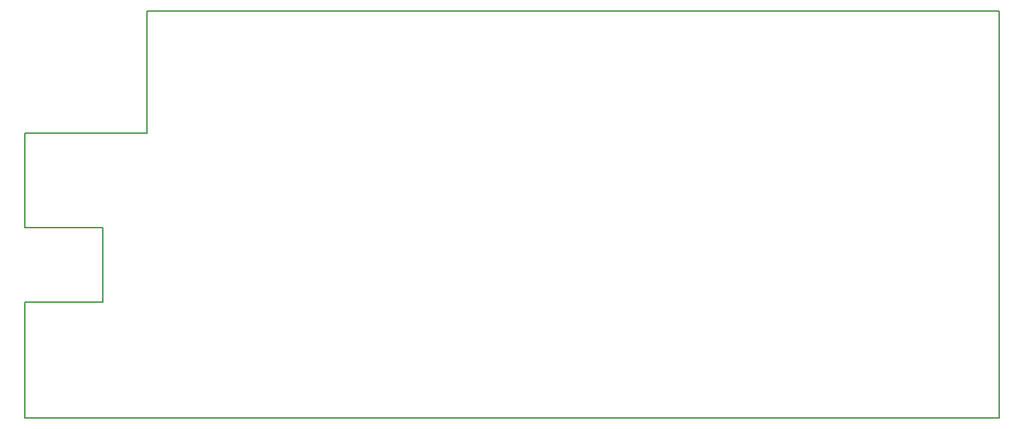
<source format=gm1>
%TF.GenerationSoftware,KiCad,Pcbnew,5.1.6-1.fc32*%
%TF.CreationDate,2020-09-04T20:16:30+02:00*%
%TF.ProjectId,mini-beieli-pcb-cubecell,6d696e69-2d62-4656-9965-6c692d706362,rev?*%
%TF.SameCoordinates,Original*%
%TF.FileFunction,Profile,NP*%
%FSLAX46Y46*%
G04 Gerber Fmt 4.6, Leading zero omitted, Abs format (unit mm)*
G04 Created by KiCad (PCBNEW 5.1.6-1.fc32) date 2020-09-04 20:16:30*
%MOMM*%
%LPD*%
G01*
G04 APERTURE LIST*
%TA.AperFunction,Profile*%
%ADD10C,0.150000*%
%TD*%
G04 APERTURE END LIST*
D10*
X49514000Y-68072000D02*
X49514000Y-58928000D01*
X40000000Y-68072000D02*
X49514000Y-68072000D01*
X40000000Y-58928000D02*
X49514000Y-58928000D01*
X40000000Y-58928000D02*
X40000000Y-47355000D01*
X55000000Y-47355000D02*
X55000000Y-32355000D01*
X40000000Y-47355000D02*
X55000000Y-47355000D01*
X40000000Y-82355000D02*
X40000000Y-68072000D01*
X159500000Y-82355000D02*
X40000000Y-82355000D01*
X159500000Y-32355000D02*
X159500000Y-82355000D01*
X55000000Y-32355000D02*
X159500000Y-32355000D01*
M02*

</source>
